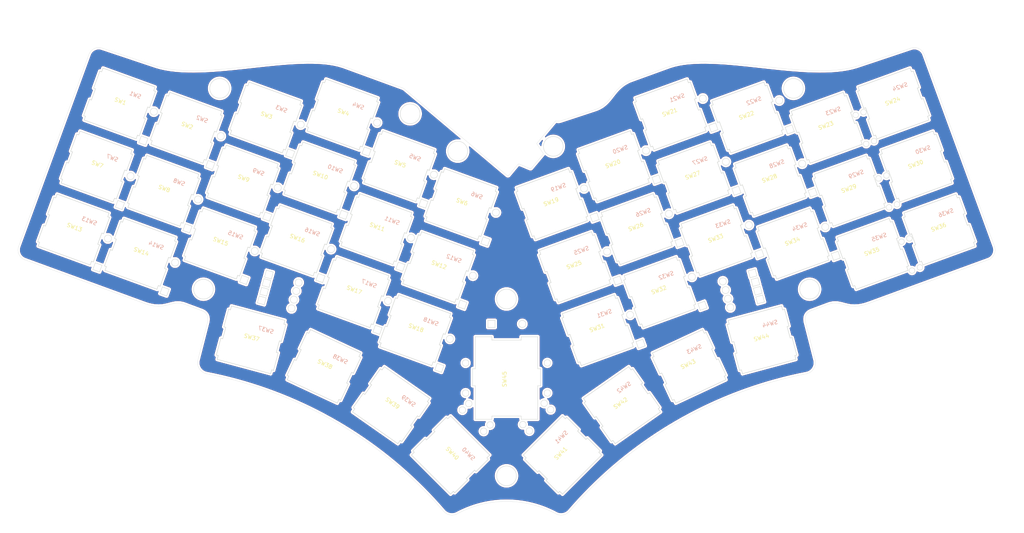
<source format=kicad_pcb>
(kicad_pcb (version 20211014) (generator pcbnew)
  (layers (0 "F.Cu" signal) (31 "B.Cu" signal) (34 "B.Paste" user) (35 "F.Paste" user) (36 "B.SilkS" user "B.Silkscreen") (37 "F.SilkS" user "F.Silkscreen") (38 "B.Mask" user) (39 "F.Mask" user) (44 "Edge.Cuts" user))
  (net 0 "")
  (footprint "custom-electronics:hybrid-diode-topfoam-cutout" (layer "F.Cu") (at 188.761002 83.19614 -70))
  (footprint "custom-electronics:hybrid-diode-topfoam-cutout" (layer "F.Cu") (at 228.330301 86.525586 -70))
  (footprint "custom-electronics:choc-topfoam-cutout" (layer "F.Cu") (at 65.264859 57.644191 -20))
  (footprint "custom-electronics:choc-topfoam-cutout" (layer "F.Cu") (at 48.349974 51.488135 -20))
  (footprint "custom-electronics:hybrid-diode-topfoam-cutout" (layer "F.Cu") (at 206.74 102.25 15))
  (footprint "custom-electronics:hybrid-diode-topfoam-cutout" (layer "F.Cu") (at 203.169931 70.025972 -70))
  (footprint "custom-electronics:hybrid-diode-topfoam-cutout" (layer "F.Cu") (at 204.84 95.65 15))
  (footprint "custom-electronics:hybrid-diode-topfoam-cutout" (layer "F.Cu") (at 88.687704 100.287653 165))
  (footprint "custom-electronics:choc-topfoam-cutout" (layer "F.Cu") (at 175.468956 127.959806 35))
  (footprint "custom-electronics:hybrid-diode-topfoam-cutout" (layer "F.Cu") (at 146.39 107.45 180))
  (footprint "custom-electronics:choc-topfoam-cutout" (layer "F.Cu") (at 238.964048 89.594074 20))
  (footprint "custom-electronics:choc-topfoam-cutout" (layer "F.Cu") (at 117.123878 127.958743 -35))
  (footprint "custom-electronics:choc-topfoam-cutout" (layer "F.Cu") (at 53.636174 89.59374 -20))
  (footprint "custom-electronics:hybrid-diode-topfoam-cutout" (layer "F.Cu") (at 130.624654 114.904764 -110))
  (footprint "custom-electronics:choc-topfoam-cutout" (layer "F.Cu") (at 119.192131 67.364956 -20))
  (footprint "custom-electronics:choc-topfoam-cutout" (layer "F.Cu") (at 85.363512 55.052345 -20))
  (footprint "custom-electronics:choc-topfoam-cutout" (layer "F.Cu") (at 218.865396 87.00223 20))
  (footprint "custom-electronics:choc-topfoam-cutout" (layer "F.Cu") (at 113.377789 83.33973 -20))
  (footprint "custom-electronics:hybrid-diode-topfoam-cutout" (layer "F.Cu") (at 89.887704 95.95 165))
  (footprint "custom-electronics:choc-topfoam-cutout" (layer "F.Cu") (at 160.396622 140.606308 45))
  (footprint "custom-electronics:choc-topfoam-cutout" (layer "F.Cu") (at 199.424627 86.217073 20))
  (footprint "custom-electronics:hybrid-diode-topfoam-cutout" (layer "F.Cu") (at 89.287704 98.087653 165))
  (footprint "custom-electronics:choc-topfoam-cutout" (layer "F.Cu") (at 100.097334 118.11549 -25))
  (footprint "custom-electronics:choc-topfoam-cutout" (layer "F.Cu") (at 98.98934 70.242739 -20))
  (footprint "custom-electronics:hybrid-diode-topfoam-cutout" (layer "F.Cu") (at 178.912531 108.810279 -70))
  (footprint "custom-electronics:hybrid-diode-topfoam-cutout" (layer "F.Cu") (at 106.363164 76.124643 -110))
  (footprint "custom-electronics:choc-topfoam-cutout" (layer "F.Cu") (at 213.051054 71.027455 20))
  (footprint "custom-electronics:choc-topfoam-cutout" (layer "F.Cu") (at 207.236711 55.052681 20))
  (footprint "custom-electronics:choc-topfoam-cutout" (layer "F.Cu") (at 179.222435 83.340065 20))
  (footprint "custom-electronics:choc-topfoam-cutout" (layer "F.Cu") (at 193.610284 70.242298 20))
  (footprint "custom-electronics:hybrid-diode-topfoam-cutout" (layer "F.Cu") (at 49.752685 73.637315 -110))
  (footprint "custom-electronics:ec11-topfoam-cutout" (layer "F.Cu") (at 146.3 120.95 90))
  (footprint "custom-electronics:hybrid-diode-topfoam-cutout" (layer "F.Cu") (at 206.14 100.05 15))
  (footprint "custom-electronics:choc-topfoam-cutout" (layer "F.Cu") (at 192.50157 118.116022 25))
  (footprint "custom-electronics:hybrid-diode-topfoam-cutout" (layer "F.Cu") (at 81.202794 92.624257 -110))
  (footprint "custom-electronics:hybrid-diode-topfoam-cutout" (layer "F.Cu") (at 136.445389 98.882103 -110))
  (footprint "custom-electronics:choc-topfoam-cutout" (layer "F.Cu") (at 107.563446 99.314505 -20))
  (footprint "custom-electronics:hybrid-diode-topfoam-cutout" (layer "F.Cu") (at 61.04 95.55 -110))
  (footprint "custom-electronics:choc-topfoam-cutout" (layer "F.Cu") (at 93.174998 86.217513 -20))
  (footprint "custom-electronics:choc-topfoam-cutout" (layer "F.Cu") (at 163.56924 92.961962 20))
  (footprint "custom-electronics:hybrid-diode-topfoam-cutout" (layer "F.Cu") (at 126.579507 73.290111 -110))
  (footprint "custom-electronics:choc-topfoam-cutout" (layer "F.Cu") (at 173.408093 67.365291 20))
  (footprint "custom-electronics:choc-topfoam-cutout" (layer "F.Cu") (at 132.202632 140.605807 -45))
  (footprint "custom-electronics:choc-topfoam-cutout" (layer "F.Cu") (at 233.149706 73.6193 20))
  (footprint "custom-electronics:choc-topfoam-cutout" (layer "F.Cu") (at 134.845326 76.986853 -20))
  (footprint "custom-electronics:hybrid-diode-topfoam-cutout" (layer "F.Cu") (at 167.258859 76.772357 -70))
  (footprint "custom-electronics:hybrid-diode-topfoam-cutout" (layer "F.Cu") (at 87.035114 76.593485 -110))
  (footprint "custom-electronics:hybrid-diode-topfoam-cutout" (layer "F.Cu") (at 222.497981 70.494814 -70))
  (footprint "custom-electronics:choc-topfoam-cutout" (layer "F.Cu") (at 79.549169 71.02712 -20))
  (footprint "custom-electronics:choc-topfoam-cutout" (layer "F.Cu") (at 185.036778 99.31484 20))
  (footprint "custom-electronics:choc-topfoam-cutout" (layer "F.Cu") (at 129.030983 92.961628 -20))
  (footprint "custom-electronics:hybrid-diode-topfoam-cutout" (layer "F.Cu") (at 142.274237 82.871028 -110))
  (footprint "custom-electronics:hybrid-diode-topfoam-cutout" (layer "F.Cu") (at 88.087704 102.487653 165))
  (footprint "custom-electronics:hybrid-diode-topfoam-cutout" (layer "F.Cu") (at 216.680719 54.49185 -70))
  (footprint "custom-electronics:hybrid-diode-topfoam-cutout" (layer "F.Cu") (at 112.185636 60.092135 -110))
  (footprint "custom-electronics:choc-topfoam-cutout" (layer "F.Cu") (at 227.335363 57.644525 20))
  (footprint "custom-electronics:choc-topfoam-cutout" (layer "F.Cu") (at 244.247856 51.481892 20))
  (footprint "custom-electronics:hybrid-diode-topfoam-cutout" (layer "F.Cu") (at 205.54 97.85 15))
  (footprint "custom-electronics:hybrid-diode-topfoam-cutout" (layer "F.Cu") (at 92.852377 60.590521 -110))
  (footprint "custom-electronics:choc-topfoam-cutout" (layer "F.Cu") (at 81.636011 111.383503 -15))
  (footprint "custom-electronics:hybrid-diode-topfoam-cutout" (layer "F.Cu") (at 197.347459 53.993464 -70))
  (footprint "custom-electronics:choc-topfoam-cutout" (layer "F.Cu") (at 250.062198 67.456666 20))
  (footprint "custom-electronics:choc-topfoam-cutout" (layer "F.Cu") (at 187.795942 54.267524 20))
  (footprint "custom-electronics:hybrid-diode-topfoam-cutout" (layer "F.Cu") (at 55.66823 57.303626 -110))
  (footprint "custom-electronics:hybrid-diode-topfoam-cutout" (layer "F.Cu") (at 194.574792 99.179408 -70))
  (footprint "custom-electronics:choc-topfoam-cutout" (layer "F.Cu") (at 36.721289 83.437684 -20))
  (footprint "custom-electronics:hybrid-diode-topfoam-cutout" (layer "F.Cu") (at 182.953588 67.19144 -70))
  (footprint "custom-electronics:choc-topfoam-cutout" (layer "F.Cu") (at 104.803682 54.267964 -20))
  (footprint "custom-electronics:choc-topfoam-cutout" (layer "F.Cu") (at 73.734827 87.001894 -20))
  (footprint "custom-electronics:choc-topfoam-cutout" (layer "F.Cu") (at 59.450517 73.618965 -20))
  (footprint "custom-electronics:hybrid-diode-topfoam-cutout" (layer "F.Cu") (at 66.84 79.55 -110))
  (footprint "custom-electronics:hybrid-diode-topfoam-cutout" (layer "F.Cu") (at 209.003987 86.066592 -70))
  (footprint "custom-electronics:choc-topfoam-cutout" (layer "F.Cu") (at 123.216641 108.936402 -20))
  (footprint "custom-electronics:choc-topfoam-cutout" (layer "F.Cu") (at 210.966243 111.383742 15))
  (footprint "custom-electronics:hybrid-diode-topfoam-cutout" (layer "F.Cu") (at 100.523809 92.164328 -110))
  (footprint "custom-electronics:hybrid-diode-topfoam-cutout" (layer "F.Cu") (at 173.087705 92.783432 -70))
  (footprint "custom-electronics:choc-topfoam-cutout" (layer "F.Cu") (at 157.754898 76.987187 20))
  (footprint "custom-electronics:hybrid-diode-topfoam-cutout" (layer "F.Cu") (at 72.606214 63.519307 -110))
  (footprint "custom-electronics:hybrid-diode-topfoam-cutout" (layer "F.Cu") (at 120.772092 89.294811 -110))
  (footprint "custom-electronics:hybrid-diode-topfoam-cutout" (layer "F.Cu") (at 44.04 89.45 -110))
  (footprint "custom-electronics:choc-topfoam-cutout" (layer "F.Cu") (at 169.383583 108.936736 20))
  (footprint "custom-electronics:choc-topfoam-cutout" (layer "F.Cu") (at 255.876541 83.431441 20))
  (footprint "custom-electronics:choc-topfoam-cutout" (layer "F.Cu") (at 42.535632 67.462909 -20))
  (footprint "custom-electronics:hybrid-diode-topfoam-cutout" (layer "F.Cu") (at 114.958302 105.278079 -110))
  (footprint "custom-electronics:1206_hybrid-topfoam-cutout" (layer "B.Cu") (at 156.64 121.15 -90))
  (footprint "custom-electronics:1206_hybrid-topfoam-cutout" (layer "B.Cu") (at 153.14 130.25 45))
  (footprint "custom-electronics:1206_hybrid-topfoam-cutout" (layer "B.Cu") (at 139.44 130.35 -45))
  (footprint "custom-electronics:1206_hybrid-topfoam-cutout" (layer "B.Cu") (at 154.766346 131.876346 -135))
  (footprint "custom-electronics:1206_hybrid-topfoam-cutout" (layer "B.Cu") (at 137.826478 131.95988 -45))
  (footprint "custom-electronics:1206_hybrid-topfoam-cutout" (layer "B.Cu") (at 135.94 121.15 90))
  (gr_arc (start 40.56776 39.130321) (mid 41.926195 37.649699) (end 43.933708 37.563229) (layer "Edge.Cuts") (width 0.05))
  (gr_circle (center 248.306121 85.785199) (end 248.9 85.4) (layer "Edge.Cuts") (width 0.1) (fill none))
  (gr_circle (center 245.159936 77.146747) (end 245.753815 76.761548) (layer "Edge.Cuts") (width 0.1) (fill none))
  (gr_line (start 128.459148 54.64585) (end 140.559148 64.84585) (layer "Edge.Cuts") (width 0.05))
  (gr_line (start 155.5274 64.483258) (end 152.57673 67.987781) (layer "Edge.Cuts") (width 0.05))
  (gr_line (start 187.64 42.15) (end 177.44 45.85) (layer "Edge.Cuts") (width 0.05))
  (gr_circle (center 246.306121 86.585199) (end 246.9 86.2) (layer "Edge.Cuts") (width 0.1) (fill none))
  (gr_arc (start 146.86757 69.773457) (mid 146.67816 69.880566) (end 146.468515 69.82228) (layer "Edge.Cuts") (width 0.05))
  (gr_curve (pts (xy 104.96 42.15) (xy 93.54 38.25) (xy 70.14 46.05) (xy 57.64 42.15)) (layer "Edge.Cuts") (width 0.05))
  (gr_circle (center 158.14 62.45) (end 160.64 62.45) (layer "Edge.Cuts") (width 0.1) (fill none))
  (gr_line (start 140.559148 64.84585) (end 146.468515 69.82228) (layer "Edge.Cuts") (width 0.05))
  (gr_line (start 54.639437 102.27459) (end 24.319866 91.18841) (layer "Edge.Cuts") (width 0.05))
  (gr_line (start 252.03224 39.130321) (end 269.847226 87.822462) (layer "Edge.Cuts") (width 0.05))
  (gr_circle (center 243.16081 77.898893) (end 243.754689 77.513694) (layer "Edge.Cuts") (width 0.1) (fill none))
  (gr_circle (center 239.356438 61.093567) (end 239.950317 60.708368) (layer "Edge.Cuts") (width 0.1) (fill none))
  (gr_curve (pts (xy 64.76 102.45) (xy 61.26 101.25) (xy 60.16 104.25) (xy 54.639437 102.27459)) (layer "Edge.Cuts") (width 0.05))
  (gr_arc (start 155.540159 64.198568) (mid 155.580672 64.343015) (end 155.5274 64.483258) (layer "Edge.Cuts") (width 0.05))
  (gr_arc (start 153.995388 61.854293) (mid 153.958428 61.732316) (end 154.005517 61.613881) (layer "Edge.Cuts") (width 0.05))
  (gr_arc (start 149.21284 66.965163) (mid 149.329039 66.88767) (end 149.468372 66.897361) (layer "Edge.Cuts") (width 0.05))
  (gr_line (start 158.62488 56.083318) (end 154.005517 61.613881) (layer "Edge.Cuts") (width 0.05))
  (gr_arc (start 133.66 155.65) (mid 146.3 152.421902) (end 158.94 155.65) (layer "Edge.Cuts") (width 0.05))
  (gr_line (start 119.92292 47.622499) (end 104.96 42.15) (layer "Edge.Cuts") (width 0.05))
  (gr_arc (start 162.239999 154.949999) (mid 160.702879 155.832143) (end 158.94 155.65) (layer "Edge.Cuts") (width 0.05))
  (gr_circle (center 69.56 98.65) (end 72.06 98.65) (layer "Edge.Cuts") (width 0.1) (fill none))
  (gr_line (start 268.280134 91.18841) (end 237.960563 102.27459) (layer "Edge.Cuts") (width 0.05))
  (gr_circle (center 133.94 63.65) (end 136.44 63.65) (layer "Edge.Cuts") (width 0.1) (fill none))
  (gr_circle (center 146.3 101.13) (end 148.8 101.13) (layer "Edge.Cuts") (width 0.1) (fill none))
  (gr_arc (start 70.26 120.05) (mid 103.260343 132.419323) (end 130.360001 154.949999) (layer "Edge.Cuts") (width 0.05))
  (gr_circle (center 234.706121 54.485199) (end 235.3 54.1) (layer "Edge.Cuts") (width 0.1) (fill none))
  (gr_arc (start 70.26 120.05) (mid 68.469333 118.74453) (end 68.164785 116.549538) (layer "Edge.Cuts") (width 0.05))
  (gr_circle (center 242.499371 69.821899) (end 243 69.3) (layer "Edge.Cuts") (width 0.1) (fill none))
  (gr_curve (pts (xy 69.06 104.05) (xy 70.16 104.45) (xy 70.96 105.35) (xy 70.605311 106.968757)) (layer "Edge.Cuts") (width 0.05))
  (gr_arc (start 269.847226 87.822462) (mid 269.760755 89.829975) (end 268.280134 91.18841) (layer "Edge.Cuts") (width 0.05))
  (gr_circle (center 218.94 47.75) (end 221.44 47.75) (layer "Edge.Cuts") (width 0.1) (fill none))
  (gr_curve (pts (xy 177.44 45.85) (xy 172.84 47.95) (xy 173.04 51.75) (xy 168.64 53.15)) (layer "Edge.Cuts") (width 0.05))
  (gr_arc (start 152.57673 67.987781) (mid 152.426014 68.085484) (end 152.247226 68.068287) (layer "Edge.Cuts") (width 0.05))
  (gr_curve (pts (xy 158.951838 56.014869) (xy 159.447559 56.198971) (xy 159.979361 56.004847) (xy 159.979361 56.004847)) (layer "Edge.Cuts") (width 0.05))
  (gr_arc (start 24.319866 91.18841) (mid 22.839244 89.829975) (end 22.752774 87.822462) (layer "Edge.Cuts") (width 0.05))
  (gr_arc (start 224.435215 116.549538) (mid 224.130667 118.74453) (end 222.34 120.05) (layer "Edge.Cuts") (width 0.05))
  (gr_circle (center 223.04 98.65) (end 225.54 98.65) (layer "Edge.Cuts") (width 0.1) (fill none))
  (gr_arc (start 158.62488 56.083318) (mid 158.776914 55.994425) (end 158.951838 56.014869) (layer "Edge.Cuts") (width 0.05))
  (gr_line (start 22.752774 87.822462) (end 40.56776 39.130321) (layer "Edge.Cuts") (width 0.05))
  (gr_circle (center 73.66 47.75) (end 76.16 47.75) (layer "Edge.Cuts") (width 0.1) (fill none))
  (gr_line (start 168.64 53.15) (end 159.979361 56.004847) (layer "Edge.Cuts") (width 0.05))
  (gr_arc (start 133.66 155.65) (mid 131.897121 155.832143) (end 130.360001 154.949999) (layer "Edge.Cuts") (width 0.05))
  (gr_circle (center 121.89 54.2) (end 124.39 54.2) (layer "Edge.Cuts") (width 0.1) (fill none))
  (gr_arc (start 248.666292 37.563229) (mid 250.673805 37.6497) (end 252.03224 39.130321) (layer "Edge.Cuts") (width 0.05))
  (gr_line (start 221.994689 106.968757) (end 224.435215 116.549538) (layer "Edge.Cuts") (width 0.05))
  (gr_line (start 155.540159 64.198568) (end 153.995388 61.854293) (layer "Edge.Cuts") (width 0.05))
  (gr_curve (pts (xy 187.64 42.15) (xy 199.06 38.25) (xy 222.46 46.05) (xy 234.96 42.15)) (layer "Edge.Cuts") (width 0.05))
  (gr_circle (center 240.493436 70.572514) (end 241.2 70.6) (layer "Edge.Cuts") (width 0.1) (fill none))
  (gr_line (start 152.247226 68.068287) (end 149.468372 66.897361) (layer "Edge.Cuts") (width 0.05))
  (gr_curve (pts (xy 120.641567 48.058365) (xy 120.281669 47.75495) (xy 120.281669 47.75495) (xy 119.92292 47.622499)) (layer "Edge.Cuts") (width 0.05))
  (gr_line (start 234.96 42.15) (end 248.666292 37.563229) (layer "Edge.Cuts") (width 0.05))
  (gr_line (start 149.21284 66.965163) (end 146.86757 69.773457) (layer "Edge.Cuts") (width 0.05))
  (gr_circle (center 146.3 145.95) (end 148.8 145.95) (layer "Edge.Cuts") (width 0.1) (fill none))
  (gr_line (start 68.164785 116.549538) (end 70.605311 106.968757) (layer "Edge.Cuts") (width 0.05))
  (gr_arc (start 162.239999 154.949999) (mid 189.339656 132.419323) (end 222.34 120.05) (layer "Edge.Cuts") (width 0.05))
  (gr_circle (center 250.966772 93.11813) (end 251.560651 92.732931) (layer "Edge.Cuts") (width 0.1) (fill none))
  (gr_curve (pts (xy 227.84 102.45) (xy 231.34 101.25) (xy 232.44 104.25) (xy 237.960563 102.27459)) (layer "Edge.Cuts") (width 0.05))
  (gr_line (start 64.76 102.45) (end 69.06 104.05) (layer "Edge.Cuts") (width 0.05))
  (gr_line (start 120.641567 48.058365) (end 128.459148 54.64585) (layer "Edge.Cuts") (width 0.05))
  (gr_line (start 223.54 104.05) (end 227.84 102.45) (layer "Edge.Cuts") (width 0.05))
  (gr_circle (center 248.967647 93.91976) (end 249.561526 93.534561) (layer "Edge.Cuts") (width 0.1) (fill none))
  (gr_circle (center 236.693436 53.772514) (end 237.3 53.4) (layer "Edge.Cuts") (width 0.1) (fill none))
  (gr_circle (center 237.36391 61.806127) (end 237.957789 61.420928) (layer "Edge.Cuts") (width 0.1) (fill none))
  (gr_line (start 43.933708 37.563229) (end 57.64 42.15) (layer "Edge.Cuts") (width 0.05))
  (gr_curve (pts (xy 223.54 104.05) (xy 222.44 104.45) (xy 221.64 105.35) (xy 221.994689 106.968757)) (layer "Edge.Cuts") (width 0.05))
  (zone (net 0) (net_name "") (layer "F.Cu") (connect_pads (clearance 0.508)) (min_thickness 0.254) (fill yes (thermal_gap 0.508) (thermal_bridge_width 0.508))
    (polygon (pts (xy 39.44 33.35) (xy 60.54 38.05) (xy 99.54 38.05) (xy 132.44 25.35) (xy 193.74 37.25) (xy 235.74 38.25) (xy 254.64 32.95) (xy 277.34 91.85) (xy 227.84 108.65) (xy 230.44 122.35) (xy 202.64 130.85) (xy 180.74 143.55) (xy 163.14 160.45) (xy 129.34 159.55) (xy 115.24 144.65) (xy 95.64 131.75) (xy 64.14 121.25) (xy 66.84 108.55) (xy 18.04 90.55)))
  )
  (zone (net 0) (net_name "") (layer "B.Cu") (connect_pads (clearance 0.508)) (min_thickness 0.254) (fill yes (thermal_gap 0.508) (thermal_bridge_width 0.508))
    (polygon (pts (xy 39.44 33.35) (xy 60.54 38.05) (xy 99.54 38.05) (xy 132.44 25.35) (xy 193.74 37.25) (xy 235.74 38.25) (xy 254.64 32.95) (xy 277.34 91.85) (xy 227.84 108.65) (xy 230.44 122.35) (xy 202.64 130.85) (xy 180.74 143.55) (xy 163.14 160.45) (xy 129.34 159.55) (xy 115.24 144.65) (xy 95.64 131.75) (xy 64.14 121.25) (xy 66.84 108.55) (xy 18.04 90.55)))
  )
)
</source>
